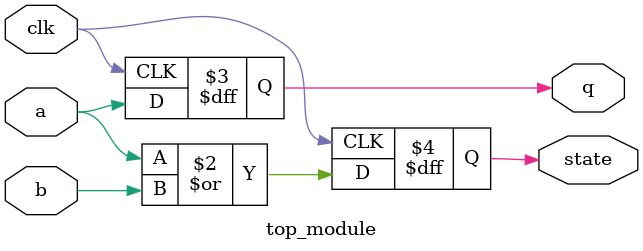
<source format=v>
module top_module (
    input clk,
    input a,
    input b,
    output q,
    output state  );
    always @(posedge clk) begin
        q <= a;
        state <= a|b;
    end
endmodule


</source>
